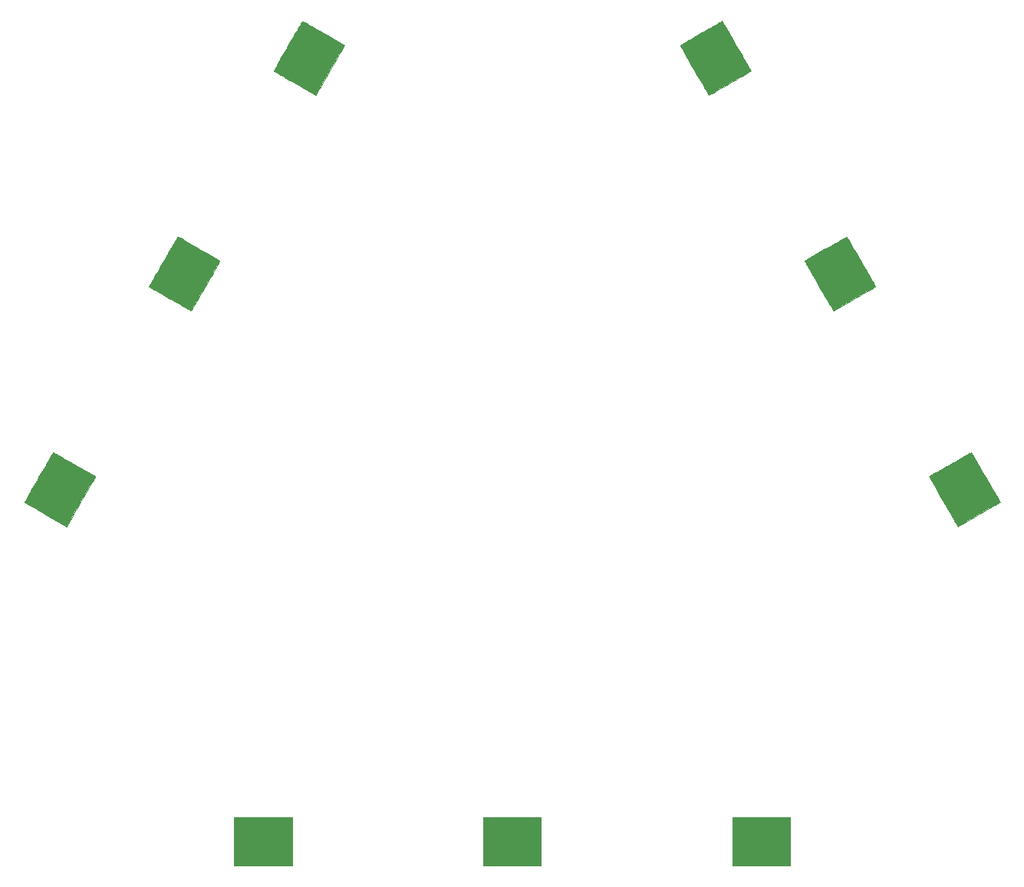
<source format=gbr>
%TF.GenerationSoftware,KiCad,Pcbnew,(6.0.0)*%
%TF.CreationDate,2022-01-21T14:33:05-08:00*%
%TF.ProjectId,PCB-bottom,5043422d-626f-4747-946f-6d2e6b696361,rev?*%
%TF.SameCoordinates,Original*%
%TF.FileFunction,Soldermask,Bot*%
%TF.FilePolarity,Negative*%
%FSLAX46Y46*%
G04 Gerber Fmt 4.6, Leading zero omitted, Abs format (unit mm)*
G04 Created by KiCad (PCBNEW (6.0.0)) date 2022-01-21 14:33:05*
%MOMM*%
%LPD*%
G01*
G04 APERTURE LIST*
%ADD10C,0.010000*%
G04 APERTURE END LIST*
D10*
%TO.C,Ref\u002A\u002A*%
X147806833Y-147658666D02*
X141435666Y-147658666D01*
X141435666Y-147658666D02*
X141435666Y-142282333D01*
X141435666Y-142282333D02*
X147806833Y-142282333D01*
X147806833Y-142282333D02*
X147806833Y-147658666D01*
X147806833Y-147658666D02*
X147806833Y-147658666D01*
G36*
X147806833Y-147658666D02*
G01*
X141435666Y-147658666D01*
X141435666Y-142282333D01*
X147806833Y-142282333D01*
X147806833Y-147658666D01*
G37*
X147806833Y-147658666D02*
X141435666Y-147658666D01*
X141435666Y-142282333D01*
X147806833Y-142282333D01*
X147806833Y-147658666D01*
X121502861Y-54379865D02*
X121557871Y-54410088D01*
X121557871Y-54410088D02*
X121644148Y-54458396D01*
X121644148Y-54458396D02*
X121759000Y-54523240D01*
X121759000Y-54523240D02*
X121899733Y-54603074D01*
X121899733Y-54603074D02*
X122063655Y-54696349D01*
X122063655Y-54696349D02*
X122248071Y-54801518D01*
X122248071Y-54801518D02*
X122450289Y-54917032D01*
X122450289Y-54917032D02*
X122667617Y-55041345D01*
X122667617Y-55041345D02*
X122897359Y-55172908D01*
X122897359Y-55172908D02*
X123136824Y-55310174D01*
X123136824Y-55310174D02*
X123383319Y-55451595D01*
X123383319Y-55451595D02*
X123634149Y-55595622D01*
X123634149Y-55595622D02*
X123886623Y-55740709D01*
X123886623Y-55740709D02*
X124138046Y-55885307D01*
X124138046Y-55885307D02*
X124385726Y-56027870D01*
X124385726Y-56027870D02*
X124626970Y-56166848D01*
X124626970Y-56166848D02*
X124859084Y-56300694D01*
X124859084Y-56300694D02*
X125079375Y-56427861D01*
X125079375Y-56427861D02*
X125285151Y-56546801D01*
X125285151Y-56546801D02*
X125473717Y-56655966D01*
X125473717Y-56655966D02*
X125642382Y-56753808D01*
X125642382Y-56753808D02*
X125788451Y-56838779D01*
X125788451Y-56838779D02*
X125909231Y-56909332D01*
X125909231Y-56909332D02*
X126002030Y-56963919D01*
X126002030Y-56963919D02*
X126064154Y-57000992D01*
X126064154Y-57000992D02*
X126092910Y-57019003D01*
X126092910Y-57019003D02*
X126094363Y-57020128D01*
X126094363Y-57020128D02*
X126085096Y-57039052D01*
X126085096Y-57039052D02*
X126056093Y-57092206D01*
X126056093Y-57092206D02*
X126008757Y-57177141D01*
X126008757Y-57177141D02*
X125944492Y-57291412D01*
X125944492Y-57291412D02*
X125864702Y-57432568D01*
X125864702Y-57432568D02*
X125770789Y-57598164D01*
X125770789Y-57598164D02*
X125664158Y-57785751D01*
X125664158Y-57785751D02*
X125546212Y-57992881D01*
X125546212Y-57992881D02*
X125418353Y-58217107D01*
X125418353Y-58217107D02*
X125281987Y-58455981D01*
X125281987Y-58455981D02*
X125138515Y-58707055D01*
X125138515Y-58707055D02*
X124989342Y-58967882D01*
X124989342Y-58967882D02*
X124835871Y-59236014D01*
X124835871Y-59236014D02*
X124679505Y-59509003D01*
X124679505Y-59509003D02*
X124521649Y-59784402D01*
X124521649Y-59784402D02*
X124363704Y-60059762D01*
X124363704Y-60059762D02*
X124207076Y-60332636D01*
X124207076Y-60332636D02*
X124053166Y-60600577D01*
X124053166Y-60600577D02*
X123903380Y-60861136D01*
X123903380Y-60861136D02*
X123759119Y-61111866D01*
X123759119Y-61111866D02*
X123621789Y-61350319D01*
X123621789Y-61350319D02*
X123492791Y-61574047D01*
X123492791Y-61574047D02*
X123373529Y-61780604D01*
X123373529Y-61780604D02*
X123265408Y-61967540D01*
X123265408Y-61967540D02*
X123169830Y-62132409D01*
X123169830Y-62132409D02*
X123088199Y-62272762D01*
X123088199Y-62272762D02*
X123021918Y-62386152D01*
X123021918Y-62386152D02*
X122972391Y-62470131D01*
X122972391Y-62470131D02*
X122941021Y-62522251D01*
X122941021Y-62522251D02*
X122929503Y-62539868D01*
X122929503Y-62539868D02*
X122911025Y-62530002D01*
X122911025Y-62530002D02*
X122858088Y-62500211D01*
X122858088Y-62500211D02*
X122772884Y-62451756D01*
X122772884Y-62451756D02*
X122657606Y-62385896D01*
X122657606Y-62385896D02*
X122514447Y-62303892D01*
X122514447Y-62303892D02*
X122345600Y-62207003D01*
X122345600Y-62207003D02*
X122153256Y-62096489D01*
X122153256Y-62096489D02*
X121939609Y-61973610D01*
X121939609Y-61973610D02*
X121706851Y-61839625D01*
X121706851Y-61839625D02*
X121457175Y-61695795D01*
X121457175Y-61695795D02*
X121192773Y-61543379D01*
X121192773Y-61543379D02*
X120915837Y-61383637D01*
X120915837Y-61383637D02*
X120628562Y-61217829D01*
X120628562Y-61217829D02*
X120619942Y-61212852D01*
X120619942Y-61212852D02*
X120332052Y-61046582D01*
X120332052Y-61046582D02*
X120054276Y-60886043D01*
X120054276Y-60886043D02*
X119788822Y-60732519D01*
X119788822Y-60732519D02*
X119537901Y-60587293D01*
X119537901Y-60587293D02*
X119303723Y-60451648D01*
X119303723Y-60451648D02*
X119088497Y-60326865D01*
X119088497Y-60326865D02*
X118894434Y-60214228D01*
X118894434Y-60214228D02*
X118723743Y-60115020D01*
X118723743Y-60115020D02*
X118578635Y-60030523D01*
X118578635Y-60030523D02*
X118461319Y-59962019D01*
X118461319Y-59962019D02*
X118374006Y-59910793D01*
X118374006Y-59910793D02*
X118318905Y-59878125D01*
X118318905Y-59878125D02*
X118298227Y-59865300D01*
X118298227Y-59865300D02*
X118298183Y-59865258D01*
X118298183Y-59865258D02*
X118306060Y-59844776D01*
X118306060Y-59844776D02*
X118333945Y-59790229D01*
X118333945Y-59790229D02*
X118380420Y-59704066D01*
X118380420Y-59704066D02*
X118444068Y-59588735D01*
X118444068Y-59588735D02*
X118523470Y-59446681D01*
X118523470Y-59446681D02*
X118617209Y-59280354D01*
X118617209Y-59280354D02*
X118723867Y-59092199D01*
X118723867Y-59092199D02*
X118842027Y-58884665D01*
X118842027Y-58884665D02*
X118970271Y-58660199D01*
X118970271Y-58660199D02*
X119107181Y-58421249D01*
X119107181Y-58421249D02*
X119251340Y-58170261D01*
X119251340Y-58170261D02*
X119401330Y-57909683D01*
X119401330Y-57909683D02*
X119555732Y-57641963D01*
X119555732Y-57641963D02*
X119713131Y-57369547D01*
X119713131Y-57369547D02*
X119872107Y-57094884D01*
X119872107Y-57094884D02*
X120031243Y-56820420D01*
X120031243Y-56820420D02*
X120189122Y-56548604D01*
X120189122Y-56548604D02*
X120344326Y-56281882D01*
X120344326Y-56281882D02*
X120495436Y-56022701D01*
X120495436Y-56022701D02*
X120641036Y-55773510D01*
X120641036Y-55773510D02*
X120779708Y-55536755D01*
X120779708Y-55536755D02*
X120910034Y-55314884D01*
X120910034Y-55314884D02*
X121030596Y-55110345D01*
X121030596Y-55110345D02*
X121139977Y-54925584D01*
X121139977Y-54925584D02*
X121236759Y-54763049D01*
X121236759Y-54763049D02*
X121319524Y-54625188D01*
X121319524Y-54625188D02*
X121386855Y-54514448D01*
X121386855Y-54514448D02*
X121437334Y-54433276D01*
X121437334Y-54433276D02*
X121469543Y-54384119D01*
X121469543Y-54384119D02*
X121481812Y-54369275D01*
X121481812Y-54369275D02*
X121502861Y-54379865D01*
X121502861Y-54379865D02*
X121502861Y-54379865D01*
G36*
X121502861Y-54379865D02*
G01*
X121557871Y-54410088D01*
X121644148Y-54458396D01*
X121759000Y-54523240D01*
X121899733Y-54603074D01*
X122063655Y-54696349D01*
X122248071Y-54801518D01*
X122450289Y-54917032D01*
X122667617Y-55041345D01*
X122897359Y-55172908D01*
X123136824Y-55310174D01*
X123383319Y-55451595D01*
X123634149Y-55595622D01*
X123886623Y-55740709D01*
X124138046Y-55885307D01*
X124385726Y-56027870D01*
X124626970Y-56166848D01*
X124859084Y-56300694D01*
X125079375Y-56427861D01*
X125285151Y-56546801D01*
X125473717Y-56655966D01*
X125642382Y-56753808D01*
X125788451Y-56838779D01*
X125909231Y-56909332D01*
X126002030Y-56963919D01*
X126064154Y-57000992D01*
X126092910Y-57019003D01*
X126094363Y-57020128D01*
X126085096Y-57039052D01*
X126056093Y-57092206D01*
X126008757Y-57177141D01*
X125944492Y-57291412D01*
X125864702Y-57432568D01*
X125770789Y-57598164D01*
X125664158Y-57785751D01*
X125546212Y-57992881D01*
X125418353Y-58217107D01*
X125281987Y-58455981D01*
X125138515Y-58707055D01*
X124989342Y-58967882D01*
X124835871Y-59236014D01*
X124679505Y-59509003D01*
X124521649Y-59784402D01*
X124363704Y-60059762D01*
X124207076Y-60332636D01*
X124053166Y-60600577D01*
X123903380Y-60861136D01*
X123759119Y-61111866D01*
X123621789Y-61350319D01*
X123492791Y-61574047D01*
X123373529Y-61780604D01*
X123265408Y-61967540D01*
X123169830Y-62132409D01*
X123088199Y-62272762D01*
X123021918Y-62386152D01*
X122972391Y-62470131D01*
X122941021Y-62522251D01*
X122929503Y-62539868D01*
X122911025Y-62530002D01*
X122858088Y-62500211D01*
X122772884Y-62451756D01*
X122657606Y-62385896D01*
X122514447Y-62303892D01*
X122345600Y-62207003D01*
X122153256Y-62096489D01*
X121939609Y-61973610D01*
X121706851Y-61839625D01*
X121457175Y-61695795D01*
X121192773Y-61543379D01*
X120915837Y-61383637D01*
X120628562Y-61217829D01*
X120619942Y-61212852D01*
X120332052Y-61046582D01*
X120054276Y-60886043D01*
X119788822Y-60732519D01*
X119537901Y-60587293D01*
X119303723Y-60451648D01*
X119088497Y-60326865D01*
X118894434Y-60214228D01*
X118723743Y-60115020D01*
X118578635Y-60030523D01*
X118461319Y-59962019D01*
X118374006Y-59910793D01*
X118318905Y-59878125D01*
X118298227Y-59865300D01*
X118298183Y-59865258D01*
X118306060Y-59844776D01*
X118333945Y-59790229D01*
X118380420Y-59704066D01*
X118444068Y-59588735D01*
X118523470Y-59446681D01*
X118617209Y-59280354D01*
X118723867Y-59092199D01*
X118842027Y-58884665D01*
X118970271Y-58660199D01*
X119107181Y-58421249D01*
X119251340Y-58170261D01*
X119401330Y-57909683D01*
X119555732Y-57641963D01*
X119713131Y-57369547D01*
X119872107Y-57094884D01*
X120031243Y-56820420D01*
X120189122Y-56548604D01*
X120344326Y-56281882D01*
X120495436Y-56022701D01*
X120641036Y-55773510D01*
X120779708Y-55536755D01*
X120910034Y-55314884D01*
X121030596Y-55110345D01*
X121139977Y-54925584D01*
X121236759Y-54763049D01*
X121319524Y-54625188D01*
X121386855Y-54514448D01*
X121437334Y-54433276D01*
X121469543Y-54384119D01*
X121481812Y-54369275D01*
X121502861Y-54379865D01*
G37*
X121502861Y-54379865D02*
X121557871Y-54410088D01*
X121644148Y-54458396D01*
X121759000Y-54523240D01*
X121899733Y-54603074D01*
X122063655Y-54696349D01*
X122248071Y-54801518D01*
X122450289Y-54917032D01*
X122667617Y-55041345D01*
X122897359Y-55172908D01*
X123136824Y-55310174D01*
X123383319Y-55451595D01*
X123634149Y-55595622D01*
X123886623Y-55740709D01*
X124138046Y-55885307D01*
X124385726Y-56027870D01*
X124626970Y-56166848D01*
X124859084Y-56300694D01*
X125079375Y-56427861D01*
X125285151Y-56546801D01*
X125473717Y-56655966D01*
X125642382Y-56753808D01*
X125788451Y-56838779D01*
X125909231Y-56909332D01*
X126002030Y-56963919D01*
X126064154Y-57000992D01*
X126092910Y-57019003D01*
X126094363Y-57020128D01*
X126085096Y-57039052D01*
X126056093Y-57092206D01*
X126008757Y-57177141D01*
X125944492Y-57291412D01*
X125864702Y-57432568D01*
X125770789Y-57598164D01*
X125664158Y-57785751D01*
X125546212Y-57992881D01*
X125418353Y-58217107D01*
X125281987Y-58455981D01*
X125138515Y-58707055D01*
X124989342Y-58967882D01*
X124835871Y-59236014D01*
X124679505Y-59509003D01*
X124521649Y-59784402D01*
X124363704Y-60059762D01*
X124207076Y-60332636D01*
X124053166Y-60600577D01*
X123903380Y-60861136D01*
X123759119Y-61111866D01*
X123621789Y-61350319D01*
X123492791Y-61574047D01*
X123373529Y-61780604D01*
X123265408Y-61967540D01*
X123169830Y-62132409D01*
X123088199Y-62272762D01*
X123021918Y-62386152D01*
X122972391Y-62470131D01*
X122941021Y-62522251D01*
X122929503Y-62539868D01*
X122911025Y-62530002D01*
X122858088Y-62500211D01*
X122772884Y-62451756D01*
X122657606Y-62385896D01*
X122514447Y-62303892D01*
X122345600Y-62207003D01*
X122153256Y-62096489D01*
X121939609Y-61973610D01*
X121706851Y-61839625D01*
X121457175Y-61695795D01*
X121192773Y-61543379D01*
X120915837Y-61383637D01*
X120628562Y-61217829D01*
X120619942Y-61212852D01*
X120332052Y-61046582D01*
X120054276Y-60886043D01*
X119788822Y-60732519D01*
X119537901Y-60587293D01*
X119303723Y-60451648D01*
X119088497Y-60326865D01*
X118894434Y-60214228D01*
X118723743Y-60115020D01*
X118578635Y-60030523D01*
X118461319Y-59962019D01*
X118374006Y-59910793D01*
X118318905Y-59878125D01*
X118298227Y-59865300D01*
X118298183Y-59865258D01*
X118306060Y-59844776D01*
X118333945Y-59790229D01*
X118380420Y-59704066D01*
X118444068Y-59588735D01*
X118523470Y-59446681D01*
X118617209Y-59280354D01*
X118723867Y-59092199D01*
X118842027Y-58884665D01*
X118970271Y-58660199D01*
X119107181Y-58421249D01*
X119251340Y-58170261D01*
X119401330Y-57909683D01*
X119555732Y-57641963D01*
X119713131Y-57369547D01*
X119872107Y-57094884D01*
X120031243Y-56820420D01*
X120189122Y-56548604D01*
X120344326Y-56281882D01*
X120495436Y-56022701D01*
X120641036Y-55773510D01*
X120779708Y-55536755D01*
X120910034Y-55314884D01*
X121030596Y-55110345D01*
X121139977Y-54925584D01*
X121236759Y-54763049D01*
X121319524Y-54625188D01*
X121386855Y-54514448D01*
X121437334Y-54433276D01*
X121469543Y-54384119D01*
X121481812Y-54369275D01*
X121502861Y-54379865D01*
X167794309Y-54373938D02*
X167826095Y-54426123D01*
X167826095Y-54426123D02*
X167876160Y-54510106D01*
X167876160Y-54510106D02*
X167943088Y-54623439D01*
X167943088Y-54623439D02*
X168025463Y-54763675D01*
X168025463Y-54763675D02*
X168121868Y-54928365D01*
X168121868Y-54928365D02*
X168230888Y-55115063D01*
X168230888Y-55115063D02*
X168351106Y-55321321D01*
X168351106Y-55321321D02*
X168481106Y-55544690D01*
X168481106Y-55544690D02*
X168619471Y-55782723D01*
X168619471Y-55782723D02*
X168764787Y-56032973D01*
X168764787Y-56032973D02*
X168915635Y-56292991D01*
X168915635Y-56292991D02*
X169070602Y-56560330D01*
X169070602Y-56560330D02*
X169228269Y-56832543D01*
X169228269Y-56832543D02*
X169387221Y-57107181D01*
X169387221Y-57107181D02*
X169546041Y-57381797D01*
X169546041Y-57381797D02*
X169703315Y-57653942D01*
X169703315Y-57653942D02*
X169857624Y-57921170D01*
X169857624Y-57921170D02*
X170007554Y-58181033D01*
X170007554Y-58181033D02*
X170151688Y-58431083D01*
X170151688Y-58431083D02*
X170288609Y-58668872D01*
X170288609Y-58668872D02*
X170416902Y-58891952D01*
X170416902Y-58891952D02*
X170535150Y-59097876D01*
X170535150Y-59097876D02*
X170641938Y-59284196D01*
X170641938Y-59284196D02*
X170735849Y-59448465D01*
X170735849Y-59448465D02*
X170815466Y-59588234D01*
X170815466Y-59588234D02*
X170879374Y-59701056D01*
X170879374Y-59701056D02*
X170926156Y-59784483D01*
X170926156Y-59784483D02*
X170954397Y-59836068D01*
X170954397Y-59836068D02*
X170962790Y-59853249D01*
X170962790Y-59853249D02*
X170944958Y-59867007D01*
X170944958Y-59867007D02*
X170894148Y-59899496D01*
X170894148Y-59899496D02*
X170814149Y-59948455D01*
X170814149Y-59948455D02*
X170708745Y-60011625D01*
X170708745Y-60011625D02*
X170581724Y-60086747D01*
X170581724Y-60086747D02*
X170436872Y-60171560D01*
X170436872Y-60171560D02*
X170277974Y-60263805D01*
X170277974Y-60263805D02*
X170184915Y-60317494D01*
X170184915Y-60317494D02*
X170039574Y-60401198D01*
X170039574Y-60401198D02*
X169862390Y-60503299D01*
X169862390Y-60503299D02*
X169658179Y-60621022D01*
X169658179Y-60621022D02*
X169431753Y-60751590D01*
X169431753Y-60751590D02*
X169187927Y-60892224D01*
X169187927Y-60892224D02*
X168931515Y-61040149D01*
X168931515Y-61040149D02*
X168667333Y-61192587D01*
X168667333Y-61192587D02*
X168400192Y-61346760D01*
X168400192Y-61346760D02*
X168134909Y-61499893D01*
X168134909Y-61499893D02*
X167876297Y-61649208D01*
X167876297Y-61649208D02*
X167866934Y-61654614D01*
X167866934Y-61654614D02*
X167593750Y-61812332D01*
X167593750Y-61812332D02*
X167354861Y-61950121D01*
X167354861Y-61950121D02*
X167147919Y-62069244D01*
X167147919Y-62069244D02*
X166970572Y-62170966D01*
X166970572Y-62170966D02*
X166820470Y-62256550D01*
X166820470Y-62256550D02*
X166695262Y-62327259D01*
X166695262Y-62327259D02*
X166592598Y-62384358D01*
X166592598Y-62384358D02*
X166510127Y-62429109D01*
X166510127Y-62429109D02*
X166445499Y-62462776D01*
X166445499Y-62462776D02*
X166396363Y-62486623D01*
X166396363Y-62486623D02*
X166360368Y-62501913D01*
X166360368Y-62501913D02*
X166335165Y-62509911D01*
X166335165Y-62509911D02*
X166318402Y-62511879D01*
X166318402Y-62511879D02*
X166307730Y-62509081D01*
X166307730Y-62509081D02*
X166300796Y-62502780D01*
X166300796Y-62502780D02*
X166297677Y-62498203D01*
X166297677Y-62498203D02*
X166283930Y-62474830D01*
X166283930Y-62474830D02*
X166250224Y-62416854D01*
X166250224Y-62416854D02*
X166197755Y-62326342D01*
X166197755Y-62326342D02*
X166127715Y-62205360D01*
X166127715Y-62205360D02*
X166041300Y-62055975D01*
X166041300Y-62055975D02*
X165939704Y-61880254D01*
X165939704Y-61880254D02*
X165824121Y-61680264D01*
X165824121Y-61680264D02*
X165695745Y-61458071D01*
X165695745Y-61458071D02*
X165555771Y-61215742D01*
X165555771Y-61215742D02*
X165405392Y-60955344D01*
X165405392Y-60955344D02*
X165245804Y-60678944D01*
X165245804Y-60678944D02*
X165078200Y-60388609D01*
X165078200Y-60388609D02*
X164903774Y-60086404D01*
X164903774Y-60086404D02*
X164723722Y-59774397D01*
X164723722Y-59774397D02*
X164707746Y-59746711D01*
X164707746Y-59746711D02*
X164491627Y-59372041D01*
X164491627Y-59372041D02*
X164295851Y-59032334D01*
X164295851Y-59032334D02*
X164119498Y-58725951D01*
X164119498Y-58725951D02*
X163961648Y-58451248D01*
X163961648Y-58451248D02*
X163821380Y-58206585D01*
X163821380Y-58206585D02*
X163697775Y-57990319D01*
X163697775Y-57990319D02*
X163589913Y-57800810D01*
X163589913Y-57800810D02*
X163496873Y-57636414D01*
X163496873Y-57636414D02*
X163417736Y-57495490D01*
X163417736Y-57495490D02*
X163351582Y-57376398D01*
X163351582Y-57376398D02*
X163297490Y-57277494D01*
X163297490Y-57277494D02*
X163254541Y-57197138D01*
X163254541Y-57197138D02*
X163221814Y-57133687D01*
X163221814Y-57133687D02*
X163198390Y-57085501D01*
X163198390Y-57085501D02*
X163183348Y-57050936D01*
X163183348Y-57050936D02*
X163175769Y-57028352D01*
X163175769Y-57028352D02*
X163174732Y-57016107D01*
X163174732Y-57016107D02*
X163176086Y-57013595D01*
X163176086Y-57013595D02*
X163197987Y-56999546D01*
X163197987Y-56999546D02*
X163253709Y-56966092D01*
X163253709Y-56966092D02*
X163340565Y-56914782D01*
X163340565Y-56914782D02*
X163455869Y-56847166D01*
X163455869Y-56847166D02*
X163596934Y-56764794D01*
X163596934Y-56764794D02*
X163761074Y-56669217D01*
X163761074Y-56669217D02*
X163945603Y-56561984D01*
X163945603Y-56561984D02*
X164147833Y-56444645D01*
X164147833Y-56444645D02*
X164365080Y-56318750D01*
X164365080Y-56318750D02*
X164594656Y-56185848D01*
X164594656Y-56185848D02*
X164833876Y-56047491D01*
X164833876Y-56047491D02*
X165080052Y-55905228D01*
X165080052Y-55905228D02*
X165330498Y-55760609D01*
X165330498Y-55760609D02*
X165582528Y-55615183D01*
X165582528Y-55615183D02*
X165833456Y-55470501D01*
X165833456Y-55470501D02*
X166080595Y-55328113D01*
X166080595Y-55328113D02*
X166321259Y-55189569D01*
X166321259Y-55189569D02*
X166552761Y-55056418D01*
X166552761Y-55056418D02*
X166772415Y-54930211D01*
X166772415Y-54930211D02*
X166977536Y-54812498D01*
X166977536Y-54812498D02*
X167165435Y-54704828D01*
X167165435Y-54704828D02*
X167333427Y-54608751D01*
X167333427Y-54608751D02*
X167478826Y-54525818D01*
X167478826Y-54525818D02*
X167598945Y-54457578D01*
X167598945Y-54457578D02*
X167691098Y-54405582D01*
X167691098Y-54405582D02*
X167752598Y-54371379D01*
X167752598Y-54371379D02*
X167780760Y-54356519D01*
X167780760Y-54356519D02*
X167782219Y-54356000D01*
X167782219Y-54356000D02*
X167794309Y-54373938D01*
X167794309Y-54373938D02*
X167794309Y-54373938D01*
G36*
X167794309Y-54373938D02*
G01*
X167826095Y-54426123D01*
X167876160Y-54510106D01*
X167943088Y-54623439D01*
X168025463Y-54763675D01*
X168121868Y-54928365D01*
X168230888Y-55115063D01*
X168351106Y-55321321D01*
X168481106Y-55544690D01*
X168619471Y-55782723D01*
X168764787Y-56032973D01*
X168915635Y-56292991D01*
X169070602Y-56560330D01*
X169228269Y-56832543D01*
X169387221Y-57107181D01*
X169546041Y-57381797D01*
X169703315Y-57653942D01*
X169857624Y-57921170D01*
X170007554Y-58181033D01*
X170151688Y-58431083D01*
X170288609Y-58668872D01*
X170416902Y-58891952D01*
X170535150Y-59097876D01*
X170641938Y-59284196D01*
X170735849Y-59448465D01*
X170815466Y-59588234D01*
X170879374Y-59701056D01*
X170926156Y-59784483D01*
X170954397Y-59836068D01*
X170962790Y-59853249D01*
X170944958Y-59867007D01*
X170894148Y-59899496D01*
X170814149Y-59948455D01*
X170708745Y-60011625D01*
X170581724Y-60086747D01*
X170436872Y-60171560D01*
X170277974Y-60263805D01*
X170184915Y-60317494D01*
X170039574Y-60401198D01*
X169862390Y-60503299D01*
X169658179Y-60621022D01*
X169431753Y-60751590D01*
X169187927Y-60892224D01*
X168931515Y-61040149D01*
X168667333Y-61192587D01*
X168400192Y-61346760D01*
X168134909Y-61499893D01*
X167876297Y-61649208D01*
X167866934Y-61654614D01*
X167593750Y-61812332D01*
X167354861Y-61950121D01*
X167147919Y-62069244D01*
X166970572Y-62170966D01*
X166820470Y-62256550D01*
X166695262Y-62327259D01*
X166592598Y-62384358D01*
X166510127Y-62429109D01*
X166445499Y-62462776D01*
X166396363Y-62486623D01*
X166360368Y-62501913D01*
X166335165Y-62509911D01*
X166318402Y-62511879D01*
X166307730Y-62509081D01*
X166300796Y-62502780D01*
X166297677Y-62498203D01*
X166283930Y-62474830D01*
X166250224Y-62416854D01*
X166197755Y-62326342D01*
X166127715Y-62205360D01*
X166041300Y-62055975D01*
X165939704Y-61880254D01*
X165824121Y-61680264D01*
X165695745Y-61458071D01*
X165555771Y-61215742D01*
X165405392Y-60955344D01*
X165245804Y-60678944D01*
X165078200Y-60388609D01*
X164903774Y-60086404D01*
X164723722Y-59774397D01*
X164707746Y-59746711D01*
X164491627Y-59372041D01*
X164295851Y-59032334D01*
X164119498Y-58725951D01*
X163961648Y-58451248D01*
X163821380Y-58206585D01*
X163697775Y-57990319D01*
X163589913Y-57800810D01*
X163496873Y-57636414D01*
X163417736Y-57495490D01*
X163351582Y-57376398D01*
X163297490Y-57277494D01*
X163254541Y-57197138D01*
X163221814Y-57133687D01*
X163198390Y-57085501D01*
X163183348Y-57050936D01*
X163175769Y-57028352D01*
X163174732Y-57016107D01*
X163176086Y-57013595D01*
X163197987Y-56999546D01*
X163253709Y-56966092D01*
X163340565Y-56914782D01*
X163455869Y-56847166D01*
X163596934Y-56764794D01*
X163761074Y-56669217D01*
X163945603Y-56561984D01*
X164147833Y-56444645D01*
X164365080Y-56318750D01*
X164594656Y-56185848D01*
X164833876Y-56047491D01*
X165080052Y-55905228D01*
X165330498Y-55760609D01*
X165582528Y-55615183D01*
X165833456Y-55470501D01*
X166080595Y-55328113D01*
X166321259Y-55189569D01*
X166552761Y-55056418D01*
X166772415Y-54930211D01*
X166977536Y-54812498D01*
X167165435Y-54704828D01*
X167333427Y-54608751D01*
X167478826Y-54525818D01*
X167598945Y-54457578D01*
X167691098Y-54405582D01*
X167752598Y-54371379D01*
X167780760Y-54356519D01*
X167782219Y-54356000D01*
X167794309Y-54373938D01*
G37*
X167794309Y-54373938D02*
X167826095Y-54426123D01*
X167876160Y-54510106D01*
X167943088Y-54623439D01*
X168025463Y-54763675D01*
X168121868Y-54928365D01*
X168230888Y-55115063D01*
X168351106Y-55321321D01*
X168481106Y-55544690D01*
X168619471Y-55782723D01*
X168764787Y-56032973D01*
X168915635Y-56292991D01*
X169070602Y-56560330D01*
X169228269Y-56832543D01*
X169387221Y-57107181D01*
X169546041Y-57381797D01*
X169703315Y-57653942D01*
X169857624Y-57921170D01*
X170007554Y-58181033D01*
X170151688Y-58431083D01*
X170288609Y-58668872D01*
X170416902Y-58891952D01*
X170535150Y-59097876D01*
X170641938Y-59284196D01*
X170735849Y-59448465D01*
X170815466Y-59588234D01*
X170879374Y-59701056D01*
X170926156Y-59784483D01*
X170954397Y-59836068D01*
X170962790Y-59853249D01*
X170944958Y-59867007D01*
X170894148Y-59899496D01*
X170814149Y-59948455D01*
X170708745Y-60011625D01*
X170581724Y-60086747D01*
X170436872Y-60171560D01*
X170277974Y-60263805D01*
X170184915Y-60317494D01*
X170039574Y-60401198D01*
X169862390Y-60503299D01*
X169658179Y-60621022D01*
X169431753Y-60751590D01*
X169187927Y-60892224D01*
X168931515Y-61040149D01*
X168667333Y-61192587D01*
X168400192Y-61346760D01*
X168134909Y-61499893D01*
X167876297Y-61649208D01*
X167866934Y-61654614D01*
X167593750Y-61812332D01*
X167354861Y-61950121D01*
X167147919Y-62069244D01*
X166970572Y-62170966D01*
X166820470Y-62256550D01*
X166695262Y-62327259D01*
X166592598Y-62384358D01*
X166510127Y-62429109D01*
X166445499Y-62462776D01*
X166396363Y-62486623D01*
X166360368Y-62501913D01*
X166335165Y-62509911D01*
X166318402Y-62511879D01*
X166307730Y-62509081D01*
X166300796Y-62502780D01*
X166297677Y-62498203D01*
X166283930Y-62474830D01*
X166250224Y-62416854D01*
X166197755Y-62326342D01*
X166127715Y-62205360D01*
X166041300Y-62055975D01*
X165939704Y-61880254D01*
X165824121Y-61680264D01*
X165695745Y-61458071D01*
X165555771Y-61215742D01*
X165405392Y-60955344D01*
X165245804Y-60678944D01*
X165078200Y-60388609D01*
X164903774Y-60086404D01*
X164723722Y-59774397D01*
X164707746Y-59746711D01*
X164491627Y-59372041D01*
X164295851Y-59032334D01*
X164119498Y-58725951D01*
X163961648Y-58451248D01*
X163821380Y-58206585D01*
X163697775Y-57990319D01*
X163589913Y-57800810D01*
X163496873Y-57636414D01*
X163417736Y-57495490D01*
X163351582Y-57376398D01*
X163297490Y-57277494D01*
X163254541Y-57197138D01*
X163221814Y-57133687D01*
X163198390Y-57085501D01*
X163183348Y-57050936D01*
X163175769Y-57028352D01*
X163174732Y-57016107D01*
X163176086Y-57013595D01*
X163197987Y-56999546D01*
X163253709Y-56966092D01*
X163340565Y-56914782D01*
X163455869Y-56847166D01*
X163596934Y-56764794D01*
X163761074Y-56669217D01*
X163945603Y-56561984D01*
X164147833Y-56444645D01*
X164365080Y-56318750D01*
X164594656Y-56185848D01*
X164833876Y-56047491D01*
X165080052Y-55905228D01*
X165330498Y-55760609D01*
X165582528Y-55615183D01*
X165833456Y-55470501D01*
X166080595Y-55328113D01*
X166321259Y-55189569D01*
X166552761Y-55056418D01*
X166772415Y-54930211D01*
X166977536Y-54812498D01*
X167165435Y-54704828D01*
X167333427Y-54608751D01*
X167478826Y-54525818D01*
X167598945Y-54457578D01*
X167691098Y-54405582D01*
X167752598Y-54371379D01*
X167780760Y-54356519D01*
X167782219Y-54356000D01*
X167794309Y-54373938D01*
X175302333Y-147658666D02*
X168931166Y-147658666D01*
X168931166Y-147658666D02*
X168931166Y-142282333D01*
X168931166Y-142282333D02*
X175302333Y-142282333D01*
X175302333Y-142282333D02*
X175302333Y-147658666D01*
X175302333Y-147658666D02*
X175302333Y-147658666D01*
G36*
X175302333Y-147658666D02*
G01*
X168931166Y-147658666D01*
X168931166Y-142282333D01*
X175302333Y-142282333D01*
X175302333Y-147658666D01*
G37*
X175302333Y-147658666D02*
X168931166Y-147658666D01*
X168931166Y-142282333D01*
X175302333Y-142282333D01*
X175302333Y-147658666D01*
X181536044Y-78199351D02*
X181571575Y-78253363D01*
X181571575Y-78253363D02*
X181627202Y-78342749D01*
X181627202Y-78342749D02*
X181702504Y-78466796D01*
X181702504Y-78466796D02*
X181797063Y-78624794D01*
X181797063Y-78624794D02*
X181910460Y-78816032D01*
X181910460Y-78816032D02*
X182042274Y-79039798D01*
X182042274Y-79039798D02*
X182192088Y-79295381D01*
X182192088Y-79295381D02*
X182359482Y-79582070D01*
X182359482Y-79582070D02*
X182544035Y-79899153D01*
X182544035Y-79899153D02*
X182745331Y-80245921D01*
X182745331Y-80245921D02*
X182962948Y-80621661D01*
X182962948Y-80621661D02*
X183135531Y-80920166D01*
X183135531Y-80920166D02*
X183361048Y-81310707D01*
X183361048Y-81310707D02*
X183565959Y-81666021D01*
X183565959Y-81666021D02*
X183751010Y-81987433D01*
X183751010Y-81987433D02*
X183916950Y-82276270D01*
X183916950Y-82276270D02*
X184064524Y-82533857D01*
X184064524Y-82533857D02*
X184194481Y-82761520D01*
X184194481Y-82761520D02*
X184307568Y-82960585D01*
X184307568Y-82960585D02*
X184404532Y-83132378D01*
X184404532Y-83132378D02*
X184486121Y-83278223D01*
X184486121Y-83278223D02*
X184553081Y-83399449D01*
X184553081Y-83399449D02*
X184606160Y-83497379D01*
X184606160Y-83497379D02*
X184646105Y-83573340D01*
X184646105Y-83573340D02*
X184673663Y-83628658D01*
X184673663Y-83628658D02*
X184689583Y-83664658D01*
X184689583Y-83664658D02*
X184694610Y-83682666D01*
X184694610Y-83682666D02*
X184693897Y-83685001D01*
X184693897Y-83685001D02*
X184674050Y-83697159D01*
X184674050Y-83697159D02*
X184620216Y-83728921D01*
X184620216Y-83728921D02*
X184535075Y-83778738D01*
X184535075Y-83778738D02*
X184421308Y-83845058D01*
X184421308Y-83845058D02*
X184281597Y-83926332D01*
X184281597Y-83926332D02*
X184118622Y-84021007D01*
X184118622Y-84021007D02*
X183935064Y-84127534D01*
X183935064Y-84127534D02*
X183733605Y-84244361D01*
X183733605Y-84244361D02*
X183516925Y-84369939D01*
X183516925Y-84369939D02*
X183287704Y-84502717D01*
X183287704Y-84502717D02*
X183048625Y-84641144D01*
X183048625Y-84641144D02*
X182802367Y-84783669D01*
X182802367Y-84783669D02*
X182551612Y-84928742D01*
X182551612Y-84928742D02*
X182299041Y-85074812D01*
X182299041Y-85074812D02*
X182047334Y-85220329D01*
X182047334Y-85220329D02*
X181799173Y-85363741D01*
X181799173Y-85363741D02*
X181557239Y-85503499D01*
X181557239Y-85503499D02*
X181324211Y-85638052D01*
X181324211Y-85638052D02*
X181102772Y-85765848D01*
X181102772Y-85765848D02*
X180895602Y-85885338D01*
X180895602Y-85885338D02*
X180705382Y-85994971D01*
X180705382Y-85994971D02*
X180534794Y-86093196D01*
X180534794Y-86093196D02*
X180386517Y-86178462D01*
X180386517Y-86178462D02*
X180263233Y-86249219D01*
X180263233Y-86249219D02*
X180167623Y-86303917D01*
X180167623Y-86303917D02*
X180102368Y-86341004D01*
X180102368Y-86341004D02*
X180084675Y-86350946D01*
X180084675Y-86350946D02*
X180072904Y-86333724D01*
X180072904Y-86333724D02*
X180041170Y-86281847D01*
X180041170Y-86281847D02*
X179990651Y-86197335D01*
X179990651Y-86197335D02*
X179922527Y-86082208D01*
X179922527Y-86082208D02*
X179837976Y-85938487D01*
X179837976Y-85938487D02*
X179738178Y-85768191D01*
X179738178Y-85768191D02*
X179624312Y-85573341D01*
X179624312Y-85573341D02*
X179497557Y-85355958D01*
X179497557Y-85355958D02*
X179359092Y-85118060D01*
X179359092Y-85118060D02*
X179210097Y-84861670D01*
X179210097Y-84861670D02*
X179051749Y-84588806D01*
X179051749Y-84588806D02*
X178885230Y-84301490D01*
X178885230Y-84301490D02*
X178711717Y-84001741D01*
X178711717Y-84001741D02*
X178532389Y-83691579D01*
X178532389Y-83691579D02*
X178518342Y-83667268D01*
X178518342Y-83667268D02*
X178337954Y-83355024D01*
X178337954Y-83355024D02*
X178163005Y-83052123D01*
X178163005Y-83052123D02*
X177994703Y-82760657D01*
X177994703Y-82760657D02*
X177834256Y-82482723D01*
X177834256Y-82482723D02*
X177682871Y-82220415D01*
X177682871Y-82220415D02*
X177541756Y-81975826D01*
X177541756Y-81975826D02*
X177412119Y-81751053D01*
X177412119Y-81751053D02*
X177295167Y-81548188D01*
X177295167Y-81548188D02*
X177192109Y-81369328D01*
X177192109Y-81369328D02*
X177104152Y-81216566D01*
X177104152Y-81216566D02*
X177032503Y-81091996D01*
X177032503Y-81091996D02*
X176978372Y-80997714D01*
X176978372Y-80997714D02*
X176942965Y-80935815D01*
X176942965Y-80935815D02*
X176927490Y-80908391D01*
X176927490Y-80908391D02*
X176927311Y-80908058D01*
X176927311Y-80908058D02*
X176890706Y-80839174D01*
X176890706Y-80839174D02*
X179190455Y-79511468D01*
X179190455Y-79511468D02*
X179478163Y-79345487D01*
X179478163Y-79345487D02*
X179755969Y-79185456D01*
X179755969Y-79185456D02*
X180021645Y-79032645D01*
X180021645Y-79032645D02*
X180272962Y-78888326D01*
X180272962Y-78888326D02*
X180507693Y-78753771D01*
X180507693Y-78753771D02*
X180723609Y-78630251D01*
X180723609Y-78630251D02*
X180918482Y-78519038D01*
X180918482Y-78519038D02*
X181090083Y-78421404D01*
X181090083Y-78421404D02*
X181236185Y-78338621D01*
X181236185Y-78338621D02*
X181354559Y-78271959D01*
X181354559Y-78271959D02*
X181442977Y-78222691D01*
X181442977Y-78222691D02*
X181499210Y-78192088D01*
X181499210Y-78192088D02*
X181521027Y-78181422D01*
X181521027Y-78181422D02*
X181536044Y-78199351D01*
X181536044Y-78199351D02*
X181536044Y-78199351D01*
G36*
X181536044Y-78199351D02*
G01*
X181571575Y-78253363D01*
X181627202Y-78342749D01*
X181702504Y-78466796D01*
X181797063Y-78624794D01*
X181910460Y-78816032D01*
X182042274Y-79039798D01*
X182192088Y-79295381D01*
X182359482Y-79582070D01*
X182544035Y-79899153D01*
X182745331Y-80245921D01*
X182962948Y-80621661D01*
X183135531Y-80920166D01*
X183361048Y-81310707D01*
X183565959Y-81666021D01*
X183751010Y-81987433D01*
X183916950Y-82276270D01*
X184064524Y-82533857D01*
X184194481Y-82761520D01*
X184307568Y-82960585D01*
X184404532Y-83132378D01*
X184486121Y-83278223D01*
X184553081Y-83399449D01*
X184606160Y-83497379D01*
X184646105Y-83573340D01*
X184673663Y-83628658D01*
X184689583Y-83664658D01*
X184694610Y-83682666D01*
X184693897Y-83685001D01*
X184674050Y-83697159D01*
X184620216Y-83728921D01*
X184535075Y-83778738D01*
X184421308Y-83845058D01*
X184281597Y-83926332D01*
X184118622Y-84021007D01*
X183935064Y-84127534D01*
X183733605Y-84244361D01*
X183516925Y-84369939D01*
X183287704Y-84502717D01*
X183048625Y-84641144D01*
X182802367Y-84783669D01*
X182551612Y-84928742D01*
X182299041Y-85074812D01*
X182047334Y-85220329D01*
X181799173Y-85363741D01*
X181557239Y-85503499D01*
X181324211Y-85638052D01*
X181102772Y-85765848D01*
X180895602Y-85885338D01*
X180705382Y-85994971D01*
X180534794Y-86093196D01*
X180386517Y-86178462D01*
X180263233Y-86249219D01*
X180167623Y-86303917D01*
X180102368Y-86341004D01*
X180084675Y-86350946D01*
X180072904Y-86333724D01*
X180041170Y-86281847D01*
X179990651Y-86197335D01*
X179922527Y-86082208D01*
X179837976Y-85938487D01*
X179738178Y-85768191D01*
X179624312Y-85573341D01*
X179497557Y-85355958D01*
X179359092Y-85118060D01*
X179210097Y-84861670D01*
X179051749Y-84588806D01*
X178885230Y-84301490D01*
X178711717Y-84001741D01*
X178532389Y-83691579D01*
X178518342Y-83667268D01*
X178337954Y-83355024D01*
X178163005Y-83052123D01*
X177994703Y-82760657D01*
X177834256Y-82482723D01*
X177682871Y-82220415D01*
X177541756Y-81975826D01*
X177412119Y-81751053D01*
X177295167Y-81548188D01*
X177192109Y-81369328D01*
X177104152Y-81216566D01*
X177032503Y-81091996D01*
X176978372Y-80997714D01*
X176942965Y-80935815D01*
X176927490Y-80908391D01*
X176927311Y-80908058D01*
X176890706Y-80839174D01*
X179190455Y-79511468D01*
X179478163Y-79345487D01*
X179755969Y-79185456D01*
X180021645Y-79032645D01*
X180272962Y-78888326D01*
X180507693Y-78753771D01*
X180723609Y-78630251D01*
X180918482Y-78519038D01*
X181090083Y-78421404D01*
X181236185Y-78338621D01*
X181354559Y-78271959D01*
X181442977Y-78222691D01*
X181499210Y-78192088D01*
X181521027Y-78181422D01*
X181536044Y-78199351D01*
G37*
X181536044Y-78199351D02*
X181571575Y-78253363D01*
X181627202Y-78342749D01*
X181702504Y-78466796D01*
X181797063Y-78624794D01*
X181910460Y-78816032D01*
X182042274Y-79039798D01*
X182192088Y-79295381D01*
X182359482Y-79582070D01*
X182544035Y-79899153D01*
X182745331Y-80245921D01*
X182962948Y-80621661D01*
X183135531Y-80920166D01*
X183361048Y-81310707D01*
X183565959Y-81666021D01*
X183751010Y-81987433D01*
X183916950Y-82276270D01*
X184064524Y-82533857D01*
X184194481Y-82761520D01*
X184307568Y-82960585D01*
X184404532Y-83132378D01*
X184486121Y-83278223D01*
X184553081Y-83399449D01*
X184606160Y-83497379D01*
X184646105Y-83573340D01*
X184673663Y-83628658D01*
X184689583Y-83664658D01*
X184694610Y-83682666D01*
X184693897Y-83685001D01*
X184674050Y-83697159D01*
X184620216Y-83728921D01*
X184535075Y-83778738D01*
X184421308Y-83845058D01*
X184281597Y-83926332D01*
X184118622Y-84021007D01*
X183935064Y-84127534D01*
X183733605Y-84244361D01*
X183516925Y-84369939D01*
X183287704Y-84502717D01*
X183048625Y-84641144D01*
X182802367Y-84783669D01*
X182551612Y-84928742D01*
X182299041Y-85074812D01*
X182047334Y-85220329D01*
X181799173Y-85363741D01*
X181557239Y-85503499D01*
X181324211Y-85638052D01*
X181102772Y-85765848D01*
X180895602Y-85885338D01*
X180705382Y-85994971D01*
X180534794Y-86093196D01*
X180386517Y-86178462D01*
X180263233Y-86249219D01*
X180167623Y-86303917D01*
X180102368Y-86341004D01*
X180084675Y-86350946D01*
X180072904Y-86333724D01*
X180041170Y-86281847D01*
X179990651Y-86197335D01*
X179922527Y-86082208D01*
X179837976Y-85938487D01*
X179738178Y-85768191D01*
X179624312Y-85573341D01*
X179497557Y-85355958D01*
X179359092Y-85118060D01*
X179210097Y-84861670D01*
X179051749Y-84588806D01*
X178885230Y-84301490D01*
X178711717Y-84001741D01*
X178532389Y-83691579D01*
X178518342Y-83667268D01*
X178337954Y-83355024D01*
X178163005Y-83052123D01*
X177994703Y-82760657D01*
X177834256Y-82482723D01*
X177682871Y-82220415D01*
X177541756Y-81975826D01*
X177412119Y-81751053D01*
X177295167Y-81548188D01*
X177192109Y-81369328D01*
X177104152Y-81216566D01*
X177032503Y-81091996D01*
X176978372Y-80997714D01*
X176942965Y-80935815D01*
X176927490Y-80908391D01*
X176927311Y-80908058D01*
X176890706Y-80839174D01*
X179190455Y-79511468D01*
X179478163Y-79345487D01*
X179755969Y-79185456D01*
X180021645Y-79032645D01*
X180272962Y-78888326D01*
X180507693Y-78753771D01*
X180723609Y-78630251D01*
X180918482Y-78519038D01*
X181090083Y-78421404D01*
X181236185Y-78338621D01*
X181354559Y-78271959D01*
X181442977Y-78222691D01*
X181499210Y-78192088D01*
X181521027Y-78181422D01*
X181536044Y-78199351D01*
X107740428Y-78178856D02*
X107794353Y-78208895D01*
X107794353Y-78208895D02*
X107879543Y-78257068D01*
X107879543Y-78257068D02*
X107993318Y-78321830D01*
X107993318Y-78321830D02*
X108132999Y-78401633D01*
X108132999Y-78401633D02*
X108295906Y-78494931D01*
X108295906Y-78494931D02*
X108479358Y-78600176D01*
X108479358Y-78600176D02*
X108680675Y-78715822D01*
X108680675Y-78715822D02*
X108897177Y-78840322D01*
X108897177Y-78840322D02*
X109126185Y-78972129D01*
X109126185Y-78972129D02*
X109365017Y-79109696D01*
X109365017Y-79109696D02*
X109610995Y-79251476D01*
X109610995Y-79251476D02*
X109861437Y-79395922D01*
X109861437Y-79395922D02*
X110113665Y-79541488D01*
X110113665Y-79541488D02*
X110364997Y-79686626D01*
X110364997Y-79686626D02*
X110612753Y-79829790D01*
X110612753Y-79829790D02*
X110854255Y-79969433D01*
X110854255Y-79969433D02*
X111086821Y-80104008D01*
X111086821Y-80104008D02*
X111307771Y-80231968D01*
X111307771Y-80231968D02*
X111514426Y-80351766D01*
X111514426Y-80351766D02*
X111704105Y-80461856D01*
X111704105Y-80461856D02*
X111874129Y-80560690D01*
X111874129Y-80560690D02*
X112021816Y-80646722D01*
X112021816Y-80646722D02*
X112144488Y-80718404D01*
X112144488Y-80718404D02*
X112239464Y-80774190D01*
X112239464Y-80774190D02*
X112304064Y-80812533D01*
X112304064Y-80812533D02*
X112335607Y-80831886D01*
X112335607Y-80831886D02*
X112338257Y-80833791D01*
X112338257Y-80833791D02*
X112330401Y-80854558D01*
X112330401Y-80854558D02*
X112301914Y-80910637D01*
X112301914Y-80910637D02*
X112253505Y-81000779D01*
X112253505Y-81000779D02*
X112185882Y-81123732D01*
X112185882Y-81123732D02*
X112099752Y-81278247D01*
X112099752Y-81278247D02*
X111995822Y-81463073D01*
X111995822Y-81463073D02*
X111874802Y-81676961D01*
X111874802Y-81676961D02*
X111737397Y-81918659D01*
X111737397Y-81918659D02*
X111584317Y-82186919D01*
X111584317Y-82186919D02*
X111416269Y-82480488D01*
X111416269Y-82480488D02*
X111233960Y-82798119D01*
X111233960Y-82798119D02*
X111038099Y-83138559D01*
X111038099Y-83138559D02*
X110829393Y-83500559D01*
X110829393Y-83500559D02*
X110788710Y-83571040D01*
X110788710Y-83571040D02*
X110607827Y-83884276D01*
X110607827Y-83884276D02*
X110432493Y-84187738D01*
X110432493Y-84187738D02*
X110263897Y-84479377D01*
X110263897Y-84479377D02*
X110103228Y-84757144D01*
X110103228Y-84757144D02*
X109951674Y-85018989D01*
X109951674Y-85018989D02*
X109810423Y-85262863D01*
X109810423Y-85262863D02*
X109680664Y-85486718D01*
X109680664Y-85486718D02*
X109563586Y-85688504D01*
X109563586Y-85688504D02*
X109460376Y-85866173D01*
X109460376Y-85866173D02*
X109372223Y-86017674D01*
X109372223Y-86017674D02*
X109300315Y-86140959D01*
X109300315Y-86140959D02*
X109245841Y-86233980D01*
X109245841Y-86233980D02*
X109209989Y-86294686D01*
X109209989Y-86294686D02*
X109193948Y-86321029D01*
X109193948Y-86321029D02*
X109193390Y-86321809D01*
X109193390Y-86321809D02*
X109186042Y-86324701D01*
X109186042Y-86324701D02*
X109170981Y-86322409D01*
X109170981Y-86322409D02*
X109146376Y-86313914D01*
X109146376Y-86313914D02*
X109110398Y-86298196D01*
X109110398Y-86298196D02*
X109061216Y-86274235D01*
X109061216Y-86274235D02*
X108997000Y-86241012D01*
X108997000Y-86241012D02*
X108915920Y-86197506D01*
X108915920Y-86197506D02*
X108816145Y-86142697D01*
X108816145Y-86142697D02*
X108695845Y-86075566D01*
X108695845Y-86075566D02*
X108553189Y-85995093D01*
X108553189Y-85995093D02*
X108386348Y-85900258D01*
X108386348Y-85900258D02*
X108193491Y-85790041D01*
X108193491Y-85790041D02*
X107972788Y-85663423D01*
X107972788Y-85663423D02*
X107722409Y-85519382D01*
X107722409Y-85519382D02*
X107440523Y-85356900D01*
X107440523Y-85356900D02*
X107125300Y-85174957D01*
X107125300Y-85174957D02*
X106854642Y-85018606D01*
X106854642Y-85018606D02*
X106566628Y-84852048D01*
X106566628Y-84852048D02*
X106288952Y-84691203D01*
X106288952Y-84691203D02*
X106023800Y-84537351D01*
X106023800Y-84537351D02*
X105773360Y-84391771D01*
X105773360Y-84391771D02*
X105539818Y-84255745D01*
X105539818Y-84255745D02*
X105325360Y-84130551D01*
X105325360Y-84130551D02*
X105132175Y-84017471D01*
X105132175Y-84017471D02*
X104962447Y-83917785D01*
X104962447Y-83917785D02*
X104818365Y-83832771D01*
X104818365Y-83832771D02*
X104702115Y-83763712D01*
X104702115Y-83763712D02*
X104615883Y-83711885D01*
X104615883Y-83711885D02*
X104561857Y-83678573D01*
X104561857Y-83678573D02*
X104542223Y-83665054D01*
X104542223Y-83665054D02*
X104542183Y-83664928D01*
X104542183Y-83664928D02*
X104552554Y-83644220D01*
X104552554Y-83644220D02*
X104582728Y-83589456D01*
X104582728Y-83589456D02*
X104631291Y-83503085D01*
X104631291Y-83503085D02*
X104696825Y-83387553D01*
X104696825Y-83387553D02*
X104777917Y-83245311D01*
X104777917Y-83245311D02*
X104873149Y-83078804D01*
X104873149Y-83078804D02*
X104981107Y-82890482D01*
X104981107Y-82890482D02*
X105100375Y-82682793D01*
X105100375Y-82682793D02*
X105229537Y-82458185D01*
X105229537Y-82458185D02*
X105367178Y-82219106D01*
X105367178Y-82219106D02*
X105511882Y-81968004D01*
X105511882Y-81968004D02*
X105662233Y-81707327D01*
X105662233Y-81707327D02*
X105816817Y-81439523D01*
X105816817Y-81439523D02*
X105974217Y-81167040D01*
X105974217Y-81167040D02*
X106133017Y-80892328D01*
X106133017Y-80892328D02*
X106291803Y-80617832D01*
X106291803Y-80617832D02*
X106449159Y-80346002D01*
X106449159Y-80346002D02*
X106603668Y-80079287D01*
X106603668Y-80079287D02*
X106753915Y-79820133D01*
X106753915Y-79820133D02*
X106898486Y-79570989D01*
X106898486Y-79570989D02*
X107035963Y-79334303D01*
X107035963Y-79334303D02*
X107164932Y-79112523D01*
X107164932Y-79112523D02*
X107283978Y-78908098D01*
X107283978Y-78908098D02*
X107391683Y-78723475D01*
X107391683Y-78723475D02*
X107486633Y-78561102D01*
X107486633Y-78561102D02*
X107567413Y-78423428D01*
X107567413Y-78423428D02*
X107632605Y-78312901D01*
X107632605Y-78312901D02*
X107680796Y-78231969D01*
X107680796Y-78231969D02*
X107710570Y-78183080D01*
X107710570Y-78183080D02*
X107720449Y-78168500D01*
X107720449Y-78168500D02*
X107740428Y-78178856D01*
X107740428Y-78178856D02*
X107740428Y-78178856D01*
G36*
X107740428Y-78178856D02*
G01*
X107794353Y-78208895D01*
X107879543Y-78257068D01*
X107993318Y-78321830D01*
X108132999Y-78401633D01*
X108295906Y-78494931D01*
X108479358Y-78600176D01*
X108680675Y-78715822D01*
X108897177Y-78840322D01*
X109126185Y-78972129D01*
X109365017Y-79109696D01*
X109610995Y-79251476D01*
X109861437Y-79395922D01*
X110113665Y-79541488D01*
X110364997Y-79686626D01*
X110612753Y-79829790D01*
X110854255Y-79969433D01*
X111086821Y-80104008D01*
X111307771Y-80231968D01*
X111514426Y-80351766D01*
X111704105Y-80461856D01*
X111874129Y-80560690D01*
X112021816Y-80646722D01*
X112144488Y-80718404D01*
X112239464Y-80774190D01*
X112304064Y-80812533D01*
X112335607Y-80831886D01*
X112338257Y-80833791D01*
X112330401Y-80854558D01*
X112301914Y-80910637D01*
X112253505Y-81000779D01*
X112185882Y-81123732D01*
X112099752Y-81278247D01*
X111995822Y-81463073D01*
X111874802Y-81676961D01*
X111737397Y-81918659D01*
X111584317Y-82186919D01*
X111416269Y-82480488D01*
X111233960Y-82798119D01*
X111038099Y-83138559D01*
X110829393Y-83500559D01*
X110788710Y-83571040D01*
X110607827Y-83884276D01*
X110432493Y-84187738D01*
X110263897Y-84479377D01*
X110103228Y-84757144D01*
X109951674Y-85018989D01*
X109810423Y-85262863D01*
X109680664Y-85486718D01*
X109563586Y-85688504D01*
X109460376Y-85866173D01*
X109372223Y-86017674D01*
X109300315Y-86140959D01*
X109245841Y-86233980D01*
X109209989Y-86294686D01*
X109193948Y-86321029D01*
X109193390Y-86321809D01*
X109186042Y-86324701D01*
X109170981Y-86322409D01*
X109146376Y-86313914D01*
X109110398Y-86298196D01*
X109061216Y-86274235D01*
X108997000Y-86241012D01*
X108915920Y-86197506D01*
X108816145Y-86142697D01*
X108695845Y-86075566D01*
X108553189Y-85995093D01*
X108386348Y-85900258D01*
X108193491Y-85790041D01*
X107972788Y-85663423D01*
X107722409Y-85519382D01*
X107440523Y-85356900D01*
X107125300Y-85174957D01*
X106854642Y-85018606D01*
X106566628Y-84852048D01*
X106288952Y-84691203D01*
X106023800Y-84537351D01*
X105773360Y-84391771D01*
X105539818Y-84255745D01*
X105325360Y-84130551D01*
X105132175Y-84017471D01*
X104962447Y-83917785D01*
X104818365Y-83832771D01*
X104702115Y-83763712D01*
X104615883Y-83711885D01*
X104561857Y-83678573D01*
X104542223Y-83665054D01*
X104542183Y-83664928D01*
X104552554Y-83644220D01*
X104582728Y-83589456D01*
X104631291Y-83503085D01*
X104696825Y-83387553D01*
X104777917Y-83245311D01*
X104873149Y-83078804D01*
X104981107Y-82890482D01*
X105100375Y-82682793D01*
X105229537Y-82458185D01*
X105367178Y-82219106D01*
X105511882Y-81968004D01*
X105662233Y-81707327D01*
X105816817Y-81439523D01*
X105974217Y-81167040D01*
X106133017Y-80892328D01*
X106291803Y-80617832D01*
X106449159Y-80346002D01*
X106603668Y-80079287D01*
X106753915Y-79820133D01*
X106898486Y-79570989D01*
X107035963Y-79334303D01*
X107164932Y-79112523D01*
X107283978Y-78908098D01*
X107391683Y-78723475D01*
X107486633Y-78561102D01*
X107567413Y-78423428D01*
X107632605Y-78312901D01*
X107680796Y-78231969D01*
X107710570Y-78183080D01*
X107720449Y-78168500D01*
X107740428Y-78178856D01*
G37*
X107740428Y-78178856D02*
X107794353Y-78208895D01*
X107879543Y-78257068D01*
X107993318Y-78321830D01*
X108132999Y-78401633D01*
X108295906Y-78494931D01*
X108479358Y-78600176D01*
X108680675Y-78715822D01*
X108897177Y-78840322D01*
X109126185Y-78972129D01*
X109365017Y-79109696D01*
X109610995Y-79251476D01*
X109861437Y-79395922D01*
X110113665Y-79541488D01*
X110364997Y-79686626D01*
X110612753Y-79829790D01*
X110854255Y-79969433D01*
X111086821Y-80104008D01*
X111307771Y-80231968D01*
X111514426Y-80351766D01*
X111704105Y-80461856D01*
X111874129Y-80560690D01*
X112021816Y-80646722D01*
X112144488Y-80718404D01*
X112239464Y-80774190D01*
X112304064Y-80812533D01*
X112335607Y-80831886D01*
X112338257Y-80833791D01*
X112330401Y-80854558D01*
X112301914Y-80910637D01*
X112253505Y-81000779D01*
X112185882Y-81123732D01*
X112099752Y-81278247D01*
X111995822Y-81463073D01*
X111874802Y-81676961D01*
X111737397Y-81918659D01*
X111584317Y-82186919D01*
X111416269Y-82480488D01*
X111233960Y-82798119D01*
X111038099Y-83138559D01*
X110829393Y-83500559D01*
X110788710Y-83571040D01*
X110607827Y-83884276D01*
X110432493Y-84187738D01*
X110263897Y-84479377D01*
X110103228Y-84757144D01*
X109951674Y-85018989D01*
X109810423Y-85262863D01*
X109680664Y-85486718D01*
X109563586Y-85688504D01*
X109460376Y-85866173D01*
X109372223Y-86017674D01*
X109300315Y-86140959D01*
X109245841Y-86233980D01*
X109209989Y-86294686D01*
X109193948Y-86321029D01*
X109193390Y-86321809D01*
X109186042Y-86324701D01*
X109170981Y-86322409D01*
X109146376Y-86313914D01*
X109110398Y-86298196D01*
X109061216Y-86274235D01*
X108997000Y-86241012D01*
X108915920Y-86197506D01*
X108816145Y-86142697D01*
X108695845Y-86075566D01*
X108553189Y-85995093D01*
X108386348Y-85900258D01*
X108193491Y-85790041D01*
X107972788Y-85663423D01*
X107722409Y-85519382D01*
X107440523Y-85356900D01*
X107125300Y-85174957D01*
X106854642Y-85018606D01*
X106566628Y-84852048D01*
X106288952Y-84691203D01*
X106023800Y-84537351D01*
X105773360Y-84391771D01*
X105539818Y-84255745D01*
X105325360Y-84130551D01*
X105132175Y-84017471D01*
X104962447Y-83917785D01*
X104818365Y-83832771D01*
X104702115Y-83763712D01*
X104615883Y-83711885D01*
X104561857Y-83678573D01*
X104542223Y-83665054D01*
X104542183Y-83664928D01*
X104552554Y-83644220D01*
X104582728Y-83589456D01*
X104631291Y-83503085D01*
X104696825Y-83387553D01*
X104777917Y-83245311D01*
X104873149Y-83078804D01*
X104981107Y-82890482D01*
X105100375Y-82682793D01*
X105229537Y-82458185D01*
X105367178Y-82219106D01*
X105511882Y-81968004D01*
X105662233Y-81707327D01*
X105816817Y-81439523D01*
X105974217Y-81167040D01*
X106133017Y-80892328D01*
X106291803Y-80617832D01*
X106449159Y-80346002D01*
X106603668Y-80079287D01*
X106753915Y-79820133D01*
X106898486Y-79570989D01*
X107035963Y-79334303D01*
X107164932Y-79112523D01*
X107283978Y-78908098D01*
X107391683Y-78723475D01*
X107486633Y-78561102D01*
X107567413Y-78423428D01*
X107632605Y-78312901D01*
X107680796Y-78231969D01*
X107710570Y-78183080D01*
X107720449Y-78168500D01*
X107740428Y-78178856D01*
X93978350Y-102008988D02*
X94010655Y-102022330D01*
X94010655Y-102022330D02*
X94057242Y-102044519D01*
X94057242Y-102044519D02*
X94119850Y-102076524D01*
X94119850Y-102076524D02*
X94200220Y-102119319D01*
X94200220Y-102119319D02*
X94300092Y-102173874D01*
X94300092Y-102173874D02*
X94421206Y-102241163D01*
X94421206Y-102241163D02*
X94565303Y-102322157D01*
X94565303Y-102322157D02*
X94734123Y-102417827D01*
X94734123Y-102417827D02*
X94929405Y-102529146D01*
X94929405Y-102529146D02*
X95152891Y-102657086D01*
X95152891Y-102657086D02*
X95406320Y-102802619D01*
X95406320Y-102802619D02*
X95691433Y-102966716D01*
X95691433Y-102966716D02*
X96009970Y-103150349D01*
X96009970Y-103150349D02*
X96295794Y-103315300D01*
X96295794Y-103315300D02*
X98615644Y-104654617D01*
X98615644Y-104654617D02*
X98565341Y-104741267D01*
X98565341Y-104741267D02*
X98548968Y-104769588D01*
X98548968Y-104769588D02*
X98512682Y-104832432D01*
X98512682Y-104832432D02*
X98457724Y-104927652D01*
X98457724Y-104927652D02*
X98385332Y-105053100D01*
X98385332Y-105053100D02*
X98296746Y-105206628D01*
X98296746Y-105206628D02*
X98193205Y-105386088D01*
X98193205Y-105386088D02*
X98075946Y-105589333D01*
X98075946Y-105589333D02*
X97946211Y-105814214D01*
X97946211Y-105814214D02*
X97805237Y-106058585D01*
X97805237Y-106058585D02*
X97654264Y-106320298D01*
X97654264Y-106320298D02*
X97494531Y-106597205D01*
X97494531Y-106597205D02*
X97327276Y-106887157D01*
X97327276Y-106887157D02*
X97153740Y-107188008D01*
X97153740Y-107188008D02*
X97007236Y-107442000D01*
X97007236Y-107442000D02*
X96829774Y-107749639D01*
X96829774Y-107749639D02*
X96657757Y-108047786D01*
X96657757Y-108047786D02*
X96492409Y-108334324D01*
X96492409Y-108334324D02*
X96334951Y-108607136D01*
X96334951Y-108607136D02*
X96186607Y-108864104D01*
X96186607Y-108864104D02*
X96048600Y-109103112D01*
X96048600Y-109103112D02*
X95922153Y-109322042D01*
X95922153Y-109322042D02*
X95808489Y-109518778D01*
X95808489Y-109518778D02*
X95708830Y-109691201D01*
X95708830Y-109691201D02*
X95624400Y-109837195D01*
X95624400Y-109837195D02*
X95556422Y-109954643D01*
X95556422Y-109954643D02*
X95506119Y-110041427D01*
X95506119Y-110041427D02*
X95474713Y-110095430D01*
X95474713Y-110095430D02*
X95463836Y-110113902D01*
X95463836Y-110113902D02*
X95428239Y-110171722D01*
X95428239Y-110171722D02*
X93111327Y-108835235D01*
X93111327Y-108835235D02*
X92822895Y-108668842D01*
X92822895Y-108668842D02*
X92544688Y-108508322D01*
X92544688Y-108508322D02*
X92278899Y-108354942D01*
X92278899Y-108354942D02*
X92027722Y-108209968D01*
X92027722Y-108209968D02*
X91793352Y-108074668D01*
X91793352Y-108074668D02*
X91577981Y-107950308D01*
X91577981Y-107950308D02*
X91383804Y-107838156D01*
X91383804Y-107838156D02*
X91213014Y-107739480D01*
X91213014Y-107739480D02*
X91067806Y-107655545D01*
X91067806Y-107655545D02*
X90950372Y-107587619D01*
X90950372Y-107587619D02*
X90862907Y-107536970D01*
X90862907Y-107536970D02*
X90807605Y-107504864D01*
X90807605Y-107504864D02*
X90786659Y-107492568D01*
X90786659Y-107492568D02*
X90786547Y-107492491D01*
X90786547Y-107492491D02*
X90795966Y-107473824D01*
X90795966Y-107473824D02*
X90825183Y-107420971D01*
X90825183Y-107420971D02*
X90872788Y-107336379D01*
X90872788Y-107336379D02*
X90937368Y-107222499D01*
X90937368Y-107222499D02*
X91017512Y-107081779D01*
X91017512Y-107081779D02*
X91111807Y-106916668D01*
X91111807Y-106916668D02*
X91218843Y-106729617D01*
X91218843Y-106729617D02*
X91337207Y-106523073D01*
X91337207Y-106523073D02*
X91465488Y-106299487D01*
X91465488Y-106299487D02*
X91602274Y-106061306D01*
X91602274Y-106061306D02*
X91746154Y-105810982D01*
X91746154Y-105810982D02*
X91895715Y-105550962D01*
X91895715Y-105550962D02*
X92049545Y-105283696D01*
X92049545Y-105283696D02*
X92206234Y-105011633D01*
X92206234Y-105011633D02*
X92364369Y-104737223D01*
X92364369Y-104737223D02*
X92522538Y-104462913D01*
X92522538Y-104462913D02*
X92679330Y-104191155D01*
X92679330Y-104191155D02*
X92833334Y-103924396D01*
X92833334Y-103924396D02*
X92983136Y-103665086D01*
X92983136Y-103665086D02*
X93127327Y-103415675D01*
X93127327Y-103415675D02*
X93264493Y-103178611D01*
X93264493Y-103178611D02*
X93393223Y-102956343D01*
X93393223Y-102956343D02*
X93512106Y-102751322D01*
X93512106Y-102751322D02*
X93619730Y-102565995D01*
X93619730Y-102565995D02*
X93714682Y-102402812D01*
X93714682Y-102402812D02*
X93795552Y-102264223D01*
X93795552Y-102264223D02*
X93860927Y-102152676D01*
X93860927Y-102152676D02*
X93909395Y-102070621D01*
X93909395Y-102070621D02*
X93939546Y-102020506D01*
X93939546Y-102020506D02*
X93949624Y-102004950D01*
X93949624Y-102004950D02*
X93958587Y-102003518D01*
X93958587Y-102003518D02*
X93978350Y-102008988D01*
X93978350Y-102008988D02*
X93978350Y-102008988D01*
G36*
X93978350Y-102008988D02*
G01*
X94010655Y-102022330D01*
X94057242Y-102044519D01*
X94119850Y-102076524D01*
X94200220Y-102119319D01*
X94300092Y-102173874D01*
X94421206Y-102241163D01*
X94565303Y-102322157D01*
X94734123Y-102417827D01*
X94929405Y-102529146D01*
X95152891Y-102657086D01*
X95406320Y-102802619D01*
X95691433Y-102966716D01*
X96009970Y-103150349D01*
X96295794Y-103315300D01*
X98615644Y-104654617D01*
X98565341Y-104741267D01*
X98548968Y-104769588D01*
X98512682Y-104832432D01*
X98457724Y-104927652D01*
X98385332Y-105053100D01*
X98296746Y-105206628D01*
X98193205Y-105386088D01*
X98075946Y-105589333D01*
X97946211Y-105814214D01*
X97805237Y-106058585D01*
X97654264Y-106320298D01*
X97494531Y-106597205D01*
X97327276Y-106887157D01*
X97153740Y-107188008D01*
X97007236Y-107442000D01*
X96829774Y-107749639D01*
X96657757Y-108047786D01*
X96492409Y-108334324D01*
X96334951Y-108607136D01*
X96186607Y-108864104D01*
X96048600Y-109103112D01*
X95922153Y-109322042D01*
X95808489Y-109518778D01*
X95708830Y-109691201D01*
X95624400Y-109837195D01*
X95556422Y-109954643D01*
X95506119Y-110041427D01*
X95474713Y-110095430D01*
X95463836Y-110113902D01*
X95428239Y-110171722D01*
X93111327Y-108835235D01*
X92822895Y-108668842D01*
X92544688Y-108508322D01*
X92278899Y-108354942D01*
X92027722Y-108209968D01*
X91793352Y-108074668D01*
X91577981Y-107950308D01*
X91383804Y-107838156D01*
X91213014Y-107739480D01*
X91067806Y-107655545D01*
X90950372Y-107587619D01*
X90862907Y-107536970D01*
X90807605Y-107504864D01*
X90786659Y-107492568D01*
X90786547Y-107492491D01*
X90795966Y-107473824D01*
X90825183Y-107420971D01*
X90872788Y-107336379D01*
X90937368Y-107222499D01*
X91017512Y-107081779D01*
X91111807Y-106916668D01*
X91218843Y-106729617D01*
X91337207Y-106523073D01*
X91465488Y-106299487D01*
X91602274Y-106061306D01*
X91746154Y-105810982D01*
X91895715Y-105550962D01*
X92049545Y-105283696D01*
X92206234Y-105011633D01*
X92364369Y-104737223D01*
X92522538Y-104462913D01*
X92679330Y-104191155D01*
X92833334Y-103924396D01*
X92983136Y-103665086D01*
X93127327Y-103415675D01*
X93264493Y-103178611D01*
X93393223Y-102956343D01*
X93512106Y-102751322D01*
X93619730Y-102565995D01*
X93714682Y-102402812D01*
X93795552Y-102264223D01*
X93860927Y-102152676D01*
X93909395Y-102070621D01*
X93939546Y-102020506D01*
X93949624Y-102004950D01*
X93958587Y-102003518D01*
X93978350Y-102008988D01*
G37*
X93978350Y-102008988D02*
X94010655Y-102022330D01*
X94057242Y-102044519D01*
X94119850Y-102076524D01*
X94200220Y-102119319D01*
X94300092Y-102173874D01*
X94421206Y-102241163D01*
X94565303Y-102322157D01*
X94734123Y-102417827D01*
X94929405Y-102529146D01*
X95152891Y-102657086D01*
X95406320Y-102802619D01*
X95691433Y-102966716D01*
X96009970Y-103150349D01*
X96295794Y-103315300D01*
X98615644Y-104654617D01*
X98565341Y-104741267D01*
X98548968Y-104769588D01*
X98512682Y-104832432D01*
X98457724Y-104927652D01*
X98385332Y-105053100D01*
X98296746Y-105206628D01*
X98193205Y-105386088D01*
X98075946Y-105589333D01*
X97946211Y-105814214D01*
X97805237Y-106058585D01*
X97654264Y-106320298D01*
X97494531Y-106597205D01*
X97327276Y-106887157D01*
X97153740Y-107188008D01*
X97007236Y-107442000D01*
X96829774Y-107749639D01*
X96657757Y-108047786D01*
X96492409Y-108334324D01*
X96334951Y-108607136D01*
X96186607Y-108864104D01*
X96048600Y-109103112D01*
X95922153Y-109322042D01*
X95808489Y-109518778D01*
X95708830Y-109691201D01*
X95624400Y-109837195D01*
X95556422Y-109954643D01*
X95506119Y-110041427D01*
X95474713Y-110095430D01*
X95463836Y-110113902D01*
X95428239Y-110171722D01*
X93111327Y-108835235D01*
X92822895Y-108668842D01*
X92544688Y-108508322D01*
X92278899Y-108354942D01*
X92027722Y-108209968D01*
X91793352Y-108074668D01*
X91577981Y-107950308D01*
X91383804Y-107838156D01*
X91213014Y-107739480D01*
X91067806Y-107655545D01*
X90950372Y-107587619D01*
X90862907Y-107536970D01*
X90807605Y-107504864D01*
X90786659Y-107492568D01*
X90786547Y-107492491D01*
X90795966Y-107473824D01*
X90825183Y-107420971D01*
X90872788Y-107336379D01*
X90937368Y-107222499D01*
X91017512Y-107081779D01*
X91111807Y-106916668D01*
X91218843Y-106729617D01*
X91337207Y-106523073D01*
X91465488Y-106299487D01*
X91602274Y-106061306D01*
X91746154Y-105810982D01*
X91895715Y-105550962D01*
X92049545Y-105283696D01*
X92206234Y-105011633D01*
X92364369Y-104737223D01*
X92522538Y-104462913D01*
X92679330Y-104191155D01*
X92833334Y-103924396D01*
X92983136Y-103665086D01*
X93127327Y-103415675D01*
X93264493Y-103178611D01*
X93393223Y-102956343D01*
X93512106Y-102751322D01*
X93619730Y-102565995D01*
X93714682Y-102402812D01*
X93795552Y-102264223D01*
X93860927Y-102152676D01*
X93909395Y-102070621D01*
X93939546Y-102020506D01*
X93949624Y-102004950D01*
X93958587Y-102003518D01*
X93978350Y-102008988D01*
X120311333Y-147658666D02*
X113940166Y-147658666D01*
X113940166Y-147658666D02*
X113940166Y-142282333D01*
X113940166Y-142282333D02*
X120311333Y-142282333D01*
X120311333Y-142282333D02*
X120311333Y-147658666D01*
X120311333Y-147658666D02*
X120311333Y-147658666D01*
G36*
X120311333Y-147658666D02*
G01*
X113940166Y-147658666D01*
X113940166Y-142282333D01*
X120311333Y-142282333D01*
X120311333Y-147658666D01*
G37*
X120311333Y-147658666D02*
X113940166Y-147658666D01*
X113940166Y-142282333D01*
X120311333Y-142282333D01*
X120311333Y-147658666D01*
X195293255Y-101998940D02*
X195324862Y-102051131D01*
X195324862Y-102051131D02*
X195374743Y-102135123D01*
X195374743Y-102135123D02*
X195441483Y-102248469D01*
X195441483Y-102248469D02*
X195523666Y-102388720D01*
X195523666Y-102388720D02*
X195619879Y-102553427D01*
X195619879Y-102553427D02*
X195728705Y-102740144D01*
X195728705Y-102740144D02*
X195848730Y-102946422D01*
X195848730Y-102946422D02*
X195978539Y-103169812D01*
X195978539Y-103169812D02*
X196116717Y-103407866D01*
X196116717Y-103407866D02*
X196261848Y-103658136D01*
X196261848Y-103658136D02*
X196412518Y-103918175D01*
X196412518Y-103918175D02*
X196567312Y-104185533D01*
X196567312Y-104185533D02*
X196724814Y-104457763D01*
X196724814Y-104457763D02*
X196883610Y-104732417D01*
X196883610Y-104732417D02*
X197042284Y-105007046D01*
X197042284Y-105007046D02*
X197199422Y-105279202D01*
X197199422Y-105279202D02*
X197353609Y-105546437D01*
X197353609Y-105546437D02*
X197503429Y-105806303D01*
X197503429Y-105806303D02*
X197647468Y-106056352D01*
X197647468Y-106056352D02*
X197784310Y-106294135D01*
X197784310Y-106294135D02*
X197912541Y-106517204D01*
X197912541Y-106517204D02*
X198030745Y-106723112D01*
X198030745Y-106723112D02*
X198137507Y-106909409D01*
X198137507Y-106909409D02*
X198231413Y-107073649D01*
X198231413Y-107073649D02*
X198311048Y-107213382D01*
X198311048Y-107213382D02*
X198374995Y-107326160D01*
X198374995Y-107326160D02*
X198421841Y-107409536D01*
X198421841Y-107409536D02*
X198450171Y-107461061D01*
X198450171Y-107461061D02*
X198458666Y-107478189D01*
X198458666Y-107478189D02*
X198440694Y-107490878D01*
X198440694Y-107490878D02*
X198388269Y-107523379D01*
X198388269Y-107523379D02*
X198303623Y-107574383D01*
X198303623Y-107574383D02*
X198188993Y-107642581D01*
X198188993Y-107642581D02*
X198046612Y-107726665D01*
X198046612Y-107726665D02*
X197878714Y-107825327D01*
X197878714Y-107825327D02*
X197687534Y-107937257D01*
X197687534Y-107937257D02*
X197475307Y-108061147D01*
X197475307Y-108061147D02*
X197244266Y-108195689D01*
X197244266Y-108195689D02*
X196996647Y-108339573D01*
X196996647Y-108339573D02*
X196734683Y-108491491D01*
X196734683Y-108491491D02*
X196460609Y-108650134D01*
X196460609Y-108650134D02*
X196242433Y-108776217D01*
X196242433Y-108776217D02*
X195958449Y-108940217D01*
X195958449Y-108940217D02*
X195683398Y-109099058D01*
X195683398Y-109099058D02*
X195419648Y-109251374D01*
X195419648Y-109251374D02*
X195169565Y-109395797D01*
X195169565Y-109395797D02*
X194935516Y-109530961D01*
X194935516Y-109530961D02*
X194719870Y-109655497D01*
X194719870Y-109655497D02*
X194524994Y-109768040D01*
X194524994Y-109768040D02*
X194353254Y-109867221D01*
X194353254Y-109867221D02*
X194207019Y-109951673D01*
X194207019Y-109951673D02*
X194088656Y-110020031D01*
X194088656Y-110020031D02*
X194000531Y-110070925D01*
X194000531Y-110070925D02*
X193945012Y-110102990D01*
X193945012Y-110102990D02*
X193926659Y-110113591D01*
X193926659Y-110113591D02*
X193827117Y-110171099D01*
X193827117Y-110171099D02*
X193796841Y-110124174D01*
X193796841Y-110124174D02*
X193782915Y-110100689D01*
X193782915Y-110100689D02*
X193749030Y-110042604D01*
X193749030Y-110042604D02*
X193696379Y-109951986D01*
X193696379Y-109951986D02*
X193626159Y-109830903D01*
X193626159Y-109830903D02*
X193539566Y-109681423D01*
X193539566Y-109681423D02*
X193437796Y-109505612D01*
X193437796Y-109505612D02*
X193322044Y-109305539D01*
X193322044Y-109305539D02*
X193193506Y-109083270D01*
X193193506Y-109083270D02*
X193053379Y-108840875D01*
X193053379Y-108840875D02*
X192902858Y-108580419D01*
X192902858Y-108580419D02*
X192743138Y-108303970D01*
X192743138Y-108303970D02*
X192575417Y-108013596D01*
X192575417Y-108013596D02*
X192400889Y-107711365D01*
X192400889Y-107711365D02*
X192220750Y-107399343D01*
X192220750Y-107399343D02*
X192204737Y-107371603D01*
X192204737Y-107371603D02*
X192016709Y-107045535D01*
X192016709Y-107045535D02*
X191836462Y-106732300D01*
X191836462Y-106732300D02*
X191665044Y-106433746D01*
X191665044Y-106433746D02*
X191503503Y-106151724D01*
X191503503Y-106151724D02*
X191352888Y-105888084D01*
X191352888Y-105888084D02*
X191214246Y-105644677D01*
X191214246Y-105644677D02*
X191088628Y-105423352D01*
X191088628Y-105423352D02*
X190977079Y-105225960D01*
X190977079Y-105225960D02*
X190880650Y-105054352D01*
X190880650Y-105054352D02*
X190800388Y-104910376D01*
X190800388Y-104910376D02*
X190737342Y-104795885D01*
X190737342Y-104795885D02*
X190692560Y-104712726D01*
X190692560Y-104712726D02*
X190667090Y-104662752D01*
X190667090Y-104662752D02*
X190661413Y-104647742D01*
X190661413Y-104647742D02*
X190681996Y-104634785D01*
X190681996Y-104634785D02*
X190736470Y-104602346D01*
X190736470Y-104602346D02*
X190822156Y-104551973D01*
X190822156Y-104551973D02*
X190936376Y-104485211D01*
X190936376Y-104485211D02*
X191076452Y-104403606D01*
X191076452Y-104403606D02*
X191239705Y-104308704D01*
X191239705Y-104308704D02*
X191423458Y-104202051D01*
X191423458Y-104202051D02*
X191625031Y-104085193D01*
X191625031Y-104085193D02*
X191841747Y-103959677D01*
X191841747Y-103959677D02*
X192070927Y-103827047D01*
X192070927Y-103827047D02*
X192309893Y-103688851D01*
X192309893Y-103688851D02*
X192555967Y-103546634D01*
X192555967Y-103546634D02*
X192806470Y-103401941D01*
X192806470Y-103401941D02*
X193058724Y-103256320D01*
X193058724Y-103256320D02*
X193310050Y-103111316D01*
X193310050Y-103111316D02*
X193557771Y-102968475D01*
X193557771Y-102968475D02*
X193799208Y-102829343D01*
X193799208Y-102829343D02*
X194031682Y-102695467D01*
X194031682Y-102695467D02*
X194252516Y-102568391D01*
X194252516Y-102568391D02*
X194459031Y-102449662D01*
X194459031Y-102449662D02*
X194648548Y-102340827D01*
X194648548Y-102340827D02*
X194818390Y-102243430D01*
X194818390Y-102243430D02*
X194965878Y-102159019D01*
X194965878Y-102159019D02*
X195088334Y-102089138D01*
X195088334Y-102089138D02*
X195183079Y-102035335D01*
X195183079Y-102035335D02*
X195247436Y-101999154D01*
X195247436Y-101999154D02*
X195278725Y-101982143D01*
X195278725Y-101982143D02*
X195281336Y-101981000D01*
X195281336Y-101981000D02*
X195293255Y-101998940D01*
X195293255Y-101998940D02*
X195293255Y-101998940D01*
G36*
X195293255Y-101998940D02*
G01*
X195324862Y-102051131D01*
X195374743Y-102135123D01*
X195441483Y-102248469D01*
X195523666Y-102388720D01*
X195619879Y-102553427D01*
X195728705Y-102740144D01*
X195848730Y-102946422D01*
X195978539Y-103169812D01*
X196116717Y-103407866D01*
X196261848Y-103658136D01*
X196412518Y-103918175D01*
X196567312Y-104185533D01*
X196724814Y-104457763D01*
X196883610Y-104732417D01*
X197042284Y-105007046D01*
X197199422Y-105279202D01*
X197353609Y-105546437D01*
X197503429Y-105806303D01*
X197647468Y-106056352D01*
X197784310Y-106294135D01*
X197912541Y-106517204D01*
X198030745Y-106723112D01*
X198137507Y-106909409D01*
X198231413Y-107073649D01*
X198311048Y-107213382D01*
X198374995Y-107326160D01*
X198421841Y-107409536D01*
X198450171Y-107461061D01*
X198458666Y-107478189D01*
X198440694Y-107490878D01*
X198388269Y-107523379D01*
X198303623Y-107574383D01*
X198188993Y-107642581D01*
X198046612Y-107726665D01*
X197878714Y-107825327D01*
X197687534Y-107937257D01*
X197475307Y-108061147D01*
X197244266Y-108195689D01*
X196996647Y-108339573D01*
X196734683Y-108491491D01*
X196460609Y-108650134D01*
X196242433Y-108776217D01*
X195958449Y-108940217D01*
X195683398Y-109099058D01*
X195419648Y-109251374D01*
X195169565Y-109395797D01*
X194935516Y-109530961D01*
X194719870Y-109655497D01*
X194524994Y-109768040D01*
X194353254Y-109867221D01*
X194207019Y-109951673D01*
X194088656Y-110020031D01*
X194000531Y-110070925D01*
X193945012Y-110102990D01*
X193926659Y-110113591D01*
X193827117Y-110171099D01*
X193796841Y-110124174D01*
X193782915Y-110100689D01*
X193749030Y-110042604D01*
X193696379Y-109951986D01*
X193626159Y-109830903D01*
X193539566Y-109681423D01*
X193437796Y-109505612D01*
X193322044Y-109305539D01*
X193193506Y-109083270D01*
X193053379Y-108840875D01*
X192902858Y-108580419D01*
X192743138Y-108303970D01*
X192575417Y-108013596D01*
X192400889Y-107711365D01*
X192220750Y-107399343D01*
X192204737Y-107371603D01*
X192016709Y-107045535D01*
X191836462Y-106732300D01*
X191665044Y-106433746D01*
X191503503Y-106151724D01*
X191352888Y-105888084D01*
X191214246Y-105644677D01*
X191088628Y-105423352D01*
X190977079Y-105225960D01*
X190880650Y-105054352D01*
X190800388Y-104910376D01*
X190737342Y-104795885D01*
X190692560Y-104712726D01*
X190667090Y-104662752D01*
X190661413Y-104647742D01*
X190681996Y-104634785D01*
X190736470Y-104602346D01*
X190822156Y-104551973D01*
X190936376Y-104485211D01*
X191076452Y-104403606D01*
X191239705Y-104308704D01*
X191423458Y-104202051D01*
X191625031Y-104085193D01*
X191841747Y-103959677D01*
X192070927Y-103827047D01*
X192309893Y-103688851D01*
X192555967Y-103546634D01*
X192806470Y-103401941D01*
X193058724Y-103256320D01*
X193310050Y-103111316D01*
X193557771Y-102968475D01*
X193799208Y-102829343D01*
X194031682Y-102695467D01*
X194252516Y-102568391D01*
X194459031Y-102449662D01*
X194648548Y-102340827D01*
X194818390Y-102243430D01*
X194965878Y-102159019D01*
X195088334Y-102089138D01*
X195183079Y-102035335D01*
X195247436Y-101999154D01*
X195278725Y-101982143D01*
X195281336Y-101981000D01*
X195293255Y-101998940D01*
G37*
X195293255Y-101998940D02*
X195324862Y-102051131D01*
X195374743Y-102135123D01*
X195441483Y-102248469D01*
X195523666Y-102388720D01*
X195619879Y-102553427D01*
X195728705Y-102740144D01*
X195848730Y-102946422D01*
X195978539Y-103169812D01*
X196116717Y-103407866D01*
X196261848Y-103658136D01*
X196412518Y-103918175D01*
X196567312Y-104185533D01*
X196724814Y-104457763D01*
X196883610Y-104732417D01*
X197042284Y-105007046D01*
X197199422Y-105279202D01*
X197353609Y-105546437D01*
X197503429Y-105806303D01*
X197647468Y-106056352D01*
X197784310Y-106294135D01*
X197912541Y-106517204D01*
X198030745Y-106723112D01*
X198137507Y-106909409D01*
X198231413Y-107073649D01*
X198311048Y-107213382D01*
X198374995Y-107326160D01*
X198421841Y-107409536D01*
X198450171Y-107461061D01*
X198458666Y-107478189D01*
X198440694Y-107490878D01*
X198388269Y-107523379D01*
X198303623Y-107574383D01*
X198188993Y-107642581D01*
X198046612Y-107726665D01*
X197878714Y-107825327D01*
X197687534Y-107937257D01*
X197475307Y-108061147D01*
X197244266Y-108195689D01*
X196996647Y-108339573D01*
X196734683Y-108491491D01*
X196460609Y-108650134D01*
X196242433Y-108776217D01*
X195958449Y-108940217D01*
X195683398Y-109099058D01*
X195419648Y-109251374D01*
X195169565Y-109395797D01*
X194935516Y-109530961D01*
X194719870Y-109655497D01*
X194524994Y-109768040D01*
X194353254Y-109867221D01*
X194207019Y-109951673D01*
X194088656Y-110020031D01*
X194000531Y-110070925D01*
X193945012Y-110102990D01*
X193926659Y-110113591D01*
X193827117Y-110171099D01*
X193796841Y-110124174D01*
X193782915Y-110100689D01*
X193749030Y-110042604D01*
X193696379Y-109951986D01*
X193626159Y-109830903D01*
X193539566Y-109681423D01*
X193437796Y-109505612D01*
X193322044Y-109305539D01*
X193193506Y-109083270D01*
X193053379Y-108840875D01*
X192902858Y-108580419D01*
X192743138Y-108303970D01*
X192575417Y-108013596D01*
X192400889Y-107711365D01*
X192220750Y-107399343D01*
X192204737Y-107371603D01*
X192016709Y-107045535D01*
X191836462Y-106732300D01*
X191665044Y-106433746D01*
X191503503Y-106151724D01*
X191352888Y-105888084D01*
X191214246Y-105644677D01*
X191088628Y-105423352D01*
X190977079Y-105225960D01*
X190880650Y-105054352D01*
X190800388Y-104910376D01*
X190737342Y-104795885D01*
X190692560Y-104712726D01*
X190667090Y-104662752D01*
X190661413Y-104647742D01*
X190681996Y-104634785D01*
X190736470Y-104602346D01*
X190822156Y-104551973D01*
X190936376Y-104485211D01*
X191076452Y-104403606D01*
X191239705Y-104308704D01*
X191423458Y-104202051D01*
X191625031Y-104085193D01*
X191841747Y-103959677D01*
X192070927Y-103827047D01*
X192309893Y-103688851D01*
X192555967Y-103546634D01*
X192806470Y-103401941D01*
X193058724Y-103256320D01*
X193310050Y-103111316D01*
X193557771Y-102968475D01*
X193799208Y-102829343D01*
X194031682Y-102695467D01*
X194252516Y-102568391D01*
X194459031Y-102449662D01*
X194648548Y-102340827D01*
X194818390Y-102243430D01*
X194965878Y-102159019D01*
X195088334Y-102089138D01*
X195183079Y-102035335D01*
X195247436Y-101999154D01*
X195278725Y-101982143D01*
X195281336Y-101981000D01*
X195293255Y-101998940D01*
%TD*%
M02*

</source>
